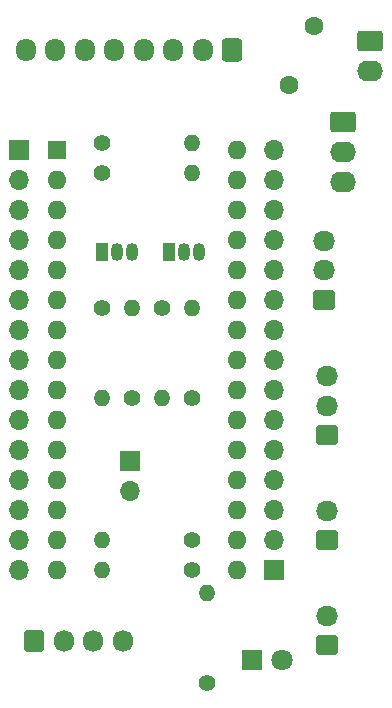
<source format=gbr>
%TF.GenerationSoftware,KiCad,Pcbnew,(6.0.4)*%
%TF.CreationDate,2023-11-18T09:04:38+09:00*%
%TF.ProjectId,MultiMeter,4d756c74-694d-4657-9465-722e6b696361,rev?*%
%TF.SameCoordinates,Original*%
%TF.FileFunction,Soldermask,Top*%
%TF.FilePolarity,Negative*%
%FSLAX46Y46*%
G04 Gerber Fmt 4.6, Leading zero omitted, Abs format (unit mm)*
G04 Created by KiCad (PCBNEW (6.0.4)) date 2023-11-18 09:04:38*
%MOMM*%
%LPD*%
G01*
G04 APERTURE LIST*
G04 Aperture macros list*
%AMRoundRect*
0 Rectangle with rounded corners*
0 $1 Rounding radius*
0 $2 $3 $4 $5 $6 $7 $8 $9 X,Y pos of 4 corners*
0 Add a 4 corners polygon primitive as box body*
4,1,4,$2,$3,$4,$5,$6,$7,$8,$9,$2,$3,0*
0 Add four circle primitives for the rounded corners*
1,1,$1+$1,$2,$3*
1,1,$1+$1,$4,$5*
1,1,$1+$1,$6,$7*
1,1,$1+$1,$8,$9*
0 Add four rect primitives between the rounded corners*
20,1,$1+$1,$2,$3,$4,$5,0*
20,1,$1+$1,$4,$5,$6,$7,0*
20,1,$1+$1,$6,$7,$8,$9,0*
20,1,$1+$1,$8,$9,$2,$3,0*%
G04 Aperture macros list end*
%ADD10R,1.600000X1.600000*%
%ADD11O,1.600000X1.600000*%
%ADD12C,1.400000*%
%ADD13O,1.400000X1.400000*%
%ADD14C,1.600000*%
%ADD15R,1.800000X1.800000*%
%ADD16C,1.800000*%
%ADD17RoundRect,0.250000X-0.845000X0.620000X-0.845000X-0.620000X0.845000X-0.620000X0.845000X0.620000X0*%
%ADD18O,2.190000X1.740000*%
%ADD19RoundRect,0.250000X0.675000X-0.600000X0.675000X0.600000X-0.675000X0.600000X-0.675000X-0.600000X0*%
%ADD20O,1.850000X1.700000*%
%ADD21R,1.700000X1.700000*%
%ADD22O,1.700000X1.700000*%
%ADD23RoundRect,0.250000X0.600000X0.725000X-0.600000X0.725000X-0.600000X-0.725000X0.600000X-0.725000X0*%
%ADD24O,1.700000X1.950000*%
%ADD25RoundRect,0.250000X-0.600000X-0.675000X0.600000X-0.675000X0.600000X0.675000X-0.600000X0.675000X0*%
%ADD26O,1.700000X1.850000*%
%ADD27R,1.050000X1.500000*%
%ADD28O,1.050000X1.500000*%
G04 APERTURE END LIST*
D10*
%TO.C,A1*%
X42545000Y-26035000D03*
D11*
X42545000Y-28575000D03*
X42545000Y-31115000D03*
X42545000Y-33655000D03*
X42545000Y-36195000D03*
X42545000Y-38735000D03*
X42545000Y-41275000D03*
X42545000Y-43815000D03*
X42545000Y-46355000D03*
X42545000Y-48895000D03*
X42545000Y-51435000D03*
X42545000Y-53975000D03*
X42545000Y-56515000D03*
X42545000Y-59055000D03*
X42545000Y-61595000D03*
X57785000Y-61595000D03*
X57785000Y-59055000D03*
X57785000Y-56515000D03*
X57785000Y-53975000D03*
X57785000Y-51435000D03*
X57785000Y-48895000D03*
X57785000Y-46355000D03*
X57785000Y-43815000D03*
X57785000Y-41275000D03*
X57785000Y-38735000D03*
X57785000Y-36195000D03*
X57785000Y-33655000D03*
X57785000Y-31115000D03*
X57785000Y-28575000D03*
X57785000Y-26035000D03*
%TD*%
D12*
%TO.C,R6*%
X51435000Y-39370000D03*
D13*
X51435000Y-46990000D03*
%TD*%
D14*
%TO.C,RV1*%
X64296000Y-15534000D03*
X62196000Y-20534000D03*
%TD*%
D12*
%TO.C,R9*%
X48895000Y-46990000D03*
D13*
X48895000Y-39370000D03*
%TD*%
D15*
%TO.C,D5*%
X59050000Y-69215000D03*
D16*
X61590000Y-69215000D03*
%TD*%
D17*
%TO.C,J9*%
X69088000Y-16764000D03*
D18*
X69088000Y-19304000D03*
%TD*%
D19*
%TO.C,J2*%
X65405000Y-59055000D03*
D20*
X65405000Y-56555000D03*
%TD*%
D12*
%TO.C,R4*%
X46355000Y-27940000D03*
D13*
X53975000Y-27940000D03*
%TD*%
D17*
%TO.C,J5*%
X66782000Y-23622000D03*
D18*
X66782000Y-26162000D03*
X66782000Y-28702000D03*
%TD*%
D21*
%TO.C,J6*%
X39370000Y-26035000D03*
D22*
X39370000Y-28575000D03*
X39370000Y-31115000D03*
X39370000Y-33655000D03*
X39370000Y-36195000D03*
X39370000Y-38735000D03*
X39370000Y-41275000D03*
X39370000Y-43815000D03*
X39370000Y-46355000D03*
X39370000Y-48895000D03*
X39370000Y-51435000D03*
X39370000Y-53975000D03*
X39370000Y-56515000D03*
X39370000Y-59055000D03*
X39370000Y-61595000D03*
%TD*%
D19*
%TO.C,J3*%
X65405000Y-50165000D03*
D20*
X65405000Y-47665000D03*
X65405000Y-45165000D03*
%TD*%
D12*
%TO.C,R7*%
X46355000Y-39370000D03*
D13*
X46355000Y-46990000D03*
%TD*%
D19*
%TO.C,J1*%
X65405000Y-67945000D03*
D20*
X65405000Y-65445000D03*
%TD*%
D23*
%TO.C,J8*%
X57404000Y-17526000D03*
D24*
X54904000Y-17526000D03*
X52404000Y-17526000D03*
X49904000Y-17526000D03*
X47404000Y-17526000D03*
X44904000Y-17526000D03*
X42404000Y-17526000D03*
X39904000Y-17526000D03*
%TD*%
D12*
%TO.C,R5*%
X55245000Y-71120000D03*
D13*
X55245000Y-63500000D03*
%TD*%
D19*
%TO.C,J4*%
X65168000Y-38695000D03*
D20*
X65168000Y-36195000D03*
X65168000Y-33695000D03*
%TD*%
D12*
%TO.C,R8*%
X53975000Y-46990000D03*
D13*
X53975000Y-39370000D03*
%TD*%
D12*
%TO.C,R2*%
X53975000Y-59055000D03*
D13*
X46355000Y-59055000D03*
%TD*%
D21*
%TO.C,JP1*%
X48768000Y-52324000D03*
D22*
X48768000Y-54864000D03*
%TD*%
D25*
%TO.C,J10*%
X40640000Y-67564000D03*
D26*
X43140000Y-67564000D03*
X45640000Y-67564000D03*
X48140000Y-67564000D03*
%TD*%
D27*
%TO.C,Q2*%
X46355000Y-34650000D03*
D28*
X47625000Y-34650000D03*
X48895000Y-34650000D03*
%TD*%
D12*
%TO.C,R3*%
X46355000Y-25400000D03*
D13*
X53975000Y-25400000D03*
%TD*%
D27*
%TO.C,Q1*%
X52070000Y-34650000D03*
D28*
X53340000Y-34650000D03*
X54610000Y-34650000D03*
%TD*%
D21*
%TO.C,J7*%
X60935000Y-61595000D03*
D22*
X60935000Y-59055000D03*
X60935000Y-56515000D03*
X60935000Y-53975000D03*
X60935000Y-51435000D03*
X60935000Y-48895000D03*
X60935000Y-46355000D03*
X60935000Y-43815000D03*
X60935000Y-41275000D03*
X60935000Y-38735000D03*
X60935000Y-36195000D03*
X60935000Y-33655000D03*
X60935000Y-31115000D03*
X60935000Y-28575000D03*
X60935000Y-26035000D03*
%TD*%
D12*
%TO.C,R1*%
X53975000Y-61595000D03*
D13*
X46355000Y-61595000D03*
%TD*%
M02*

</source>
